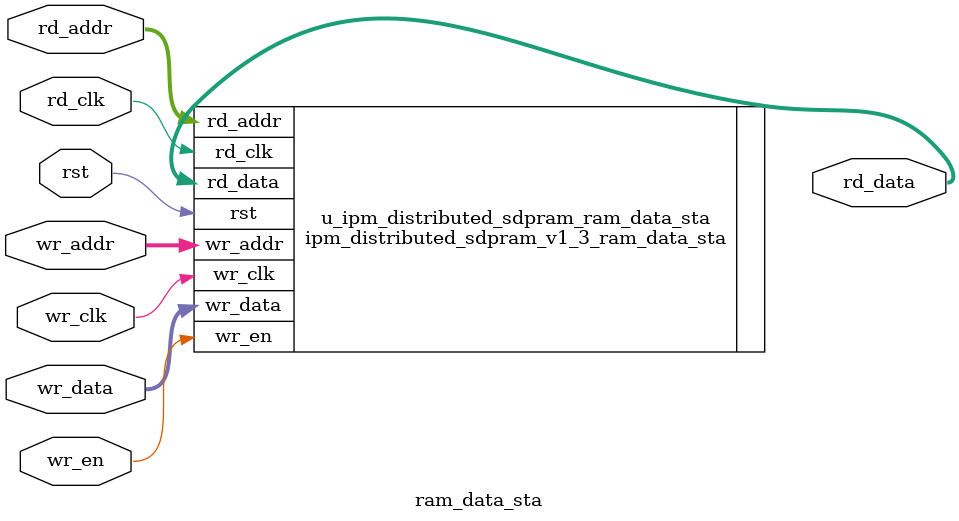
<source format=v>


`timescale 1 ns / 1 ps
module ram_data_sta
     (
      wr_data        ,
      wr_addr        ,
      rd_addr        ,
      wr_clk         ,
      rd_clk         ,
      wr_en          ,
      rst            ,
      rd_data
     );

    localparam ADDR_WIDTH = 4 ; //@IPC int 4,10

    localparam DATA_WIDTH = 64 ; //@IPC int 1,256

    localparam RST_TYPE = "SYNC" ; //@IPC enum ASYNC,SYNC

    localparam OUT_REG = 0 ; //@IPC bool

    localparam INIT_ENABLE = 0 ; //@IPC bool

    localparam INIT_FILE = "NONE" ; //@IPC string

    localparam FILE_FORMAT = "BIN" ; //@IPC enum BIN,HEX


    input    wire     [DATA_WIDTH-1:0]       wr_data               ;
    input    wire     [ADDR_WIDTH-1:0]       wr_addr               ;
    input    wire     [ADDR_WIDTH-1:0]       rd_addr               ;
    input    wire                            wr_clk                ;
    input    wire                            rd_clk                ;
    input    wire                            wr_en                 ;
    input    wire                            rst                   ;
    output   wire     [DATA_WIDTH-1:0]       rd_data               ;


ipm_distributed_sdpram_v1_3_ram_data_sta
    #(
     .ADDR_WIDTH    (ADDR_WIDTH )	,    //address width   range:4-10
     .DATA_WIDTH    (DATA_WIDTH ) 	,    //data width      range:4-256
     .RST_TYPE      (RST_TYPE   )   ,    //reset type   "ASYNC_RESET" "SYNC_RESET"
     .OUT_REG       (OUT_REG    )   ,    //output options :non_register(0)  register(1)
     .INIT_FILE     (INIT_FILE  )   ,
     .FILE_FORMAT   (FILE_FORMAT)
     ) u_ipm_distributed_sdpram_ram_data_sta
     (
      .wr_data      (wr_data    )   ,
      .wr_addr      (wr_addr    )   ,
      .rd_addr      (rd_addr    )   ,
      .wr_clk       (wr_clk     )   ,
      .rd_clk       (rd_clk     )   ,
      .wr_en        (wr_en      )   ,
      .rst          (rst        )   ,
      .rd_data      (rd_data    )
     );
endmodule

</source>
